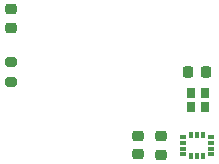
<source format=gtp>
G04 #@! TF.GenerationSoftware,KiCad,Pcbnew,(6.0.11-0)*
G04 #@! TF.CreationDate,2023-06-01T20:00:55-06:00*
G04 #@! TF.ProjectId,LIDPCB,4c494450-4342-42e6-9b69-6361645f7063,rev?*
G04 #@! TF.SameCoordinates,Original*
G04 #@! TF.FileFunction,Paste,Top*
G04 #@! TF.FilePolarity,Positive*
%FSLAX46Y46*%
G04 Gerber Fmt 4.6, Leading zero omitted, Abs format (unit mm)*
G04 Created by KiCad (PCBNEW (6.0.11-0)) date 2023-06-01 20:00:55*
%MOMM*%
%LPD*%
G01*
G04 APERTURE LIST*
G04 Aperture macros list*
%AMRoundRect*
0 Rectangle with rounded corners*
0 $1 Rounding radius*
0 $2 $3 $4 $5 $6 $7 $8 $9 X,Y pos of 4 corners*
0 Add a 4 corners polygon primitive as box body*
4,1,4,$2,$3,$4,$5,$6,$7,$8,$9,$2,$3,0*
0 Add four circle primitives for the rounded corners*
1,1,$1+$1,$2,$3*
1,1,$1+$1,$4,$5*
1,1,$1+$1,$6,$7*
1,1,$1+$1,$8,$9*
0 Add four rect primitives between the rounded corners*
20,1,$1+$1,$2,$3,$4,$5,0*
20,1,$1+$1,$4,$5,$6,$7,0*
20,1,$1+$1,$6,$7,$8,$9,0*
20,1,$1+$1,$8,$9,$2,$3,0*%
G04 Aperture macros list end*
%ADD10RoundRect,0.225000X0.250000X-0.225000X0.250000X0.225000X-0.250000X0.225000X-0.250000X-0.225000X0*%
%ADD11RoundRect,0.225000X-0.250000X0.225000X-0.250000X-0.225000X0.250000X-0.225000X0.250000X0.225000X0*%
%ADD12R,0.600000X0.350000*%
%ADD13R,0.350000X0.600000*%
%ADD14R,0.660400X0.812800*%
%ADD15RoundRect,0.225000X-0.225000X-0.250000X0.225000X-0.250000X0.225000X0.250000X-0.225000X0.250000X0*%
%ADD16RoundRect,0.218750X-0.256250X0.218750X-0.256250X-0.218750X0.256250X-0.218750X0.256250X0.218750X0*%
%ADD17RoundRect,0.200000X-0.275000X0.200000X-0.275000X-0.200000X0.275000X-0.200000X0.275000X0.200000X0*%
G04 APERTURE END LIST*
D10*
X115500000Y-115025000D03*
X115500000Y-113475000D03*
D11*
X113500000Y-113450000D03*
X113500000Y-115000000D03*
D12*
X117340000Y-113500000D03*
X117340000Y-114000000D03*
X117340000Y-114500000D03*
X117340000Y-115000000D03*
D13*
X118000000Y-115160000D03*
X118500000Y-115160000D03*
X119000000Y-115160000D03*
D12*
X119660000Y-115000000D03*
X119660000Y-114500000D03*
X119660000Y-114000000D03*
X119660000Y-113500000D03*
D13*
X119000000Y-113340000D03*
X118500000Y-113340000D03*
X118000000Y-113340000D03*
D14*
X119199998Y-109806200D03*
X118000000Y-109806200D03*
X118000000Y-111000000D03*
X119199998Y-111000000D03*
D15*
X117725000Y-108000000D03*
X119275000Y-108000000D03*
D16*
X102750000Y-102712500D03*
X102750000Y-104287500D03*
D17*
X102750000Y-107175000D03*
X102750000Y-108825000D03*
M02*

</source>
